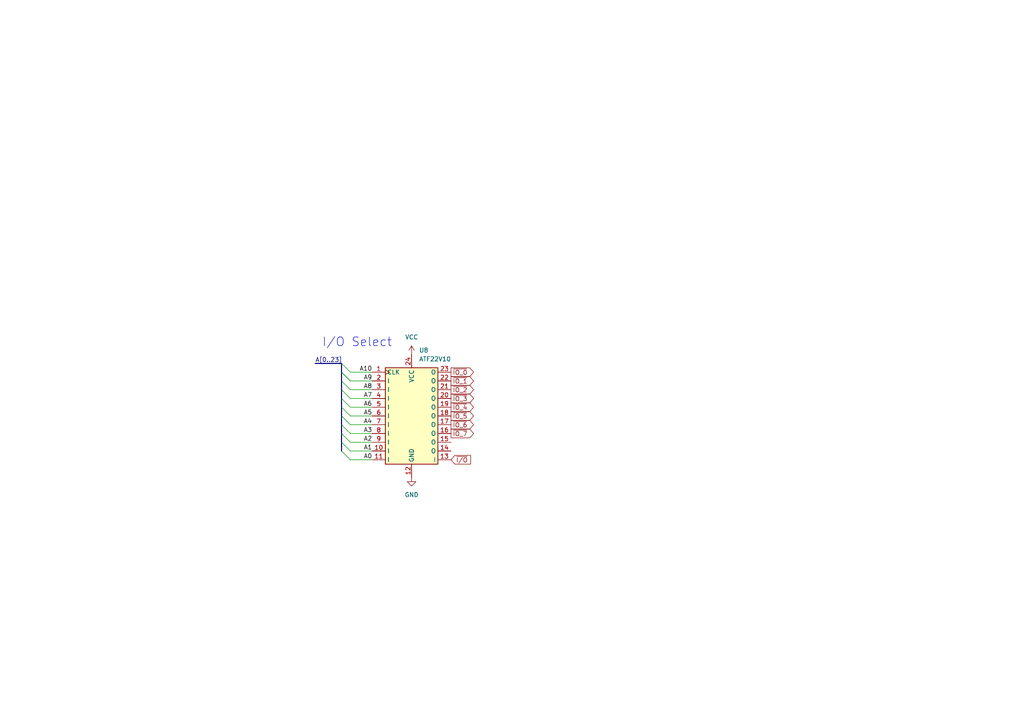
<source format=kicad_sch>
(kicad_sch (version 20250114) (generator "eeschema") (generator_version "9.0")
  (paper "A4")
  (lib_symbols
    (symbol "my:ATF22V10"
      (property "Reference" "U" (at 5.08 12.7 0))
      (property "Value" "ATF22V10" (at 5.08 15.24 0))
      (symbol "ATF22V10_0_1"
        (rectangle (start -7.62 11.43) (end 7.62 -16.51) (stroke (width 0.254)) (fill (type background)))
      )
      (symbol "ATF22V10_1_0"
        (pin power_in line (at 0 15.24 270) (length 3.81) (name "VCC") (number "24"))
        (pin power_in line (at 0 -20.32 90) (length 3.81) (name "GND") (number "12"))
      )
      (symbol "ATF22V10_1_1"
        (pin input clock (at -11.43 10.16 0) (length 3.81) (name "CLK") (number "1"))
        (pin input line (at -11.43 7.62 0) (length 3.81) (name "I") (number "2"))
        (pin input line (at -11.43 5.08 0) (length 3.81) (name "I") (number "3"))
        (pin input line (at -11.43 2.54 0) (length 3.81) (name "I") (number "4"))
        (pin input line (at -11.43 0 0) (length 3.81) (name "I") (number "5"))
        (pin input line (at -11.43 -2.54 0) (length 3.81) (name "I") (number "6"))
        (pin input line (at -11.43 -5.08 0) (length 3.81) (name "I") (number "7"))
        (pin input line (at -11.43 -7.62 0) (length 3.81) (name "I") (number "8"))
        (pin input line (at -11.43 -10.16 0) (length 3.81) (name "I") (number "9"))
        (pin input line (at -11.43 -12.7 0) (length 3.81) (name "I") (number "10"))
        (pin input line (at -11.43 -15.24 0) (length 3.81) (name "I") (number "11"))
        (pin bidirectional line (at 11.43 10.16 180) (length 3.81) (name "O") (number "23"))
        (pin bidirectional line (at 11.43 7.62 180) (length 3.81) (name "O") (number "22"))
        (pin bidirectional line (at 11.43 5.08 180) (length 3.81) (name "O") (number "21"))
        (pin bidirectional line (at 11.43 2.54 180) (length 3.81) (name "O") (number "20"))
        (pin bidirectional line (at 11.43 0 180) (length 3.81) (name "O") (number "19"))
        (pin bidirectional line (at 11.43 -2.54 180) (length 3.81) (name "O") (number "18"))
        (pin bidirectional line (at 11.43 -5.08 180) (length 3.81) (name "O") (number "17"))
        (pin bidirectional line (at 11.43 -7.62 180) (length 3.81) (name "O") (number "16"))
        (pin bidirectional line (at 11.43 -10.16 180) (length 3.81) (name "O") (number "15"))
        (pin bidirectional line (at 11.43 -12.7 180) (length 3.81) (name "O") (number "14"))
        (pin bidirectional line (at 11.43 -15.24 180) (length 3.81) (name "I") (number "13"))
      )
    )
    (symbol "power:GND" (power) (pin_names (offset 0))
      (property "Value" "GND" (at 0 -3.81 0))
      (symbol "GND_0_1"
        (polyline (pts (xy 0 0) (xy 0 -1.27) (xy 1.27 -1.27) (xy 0 -2.54) (xy -1.27 -1.27) (xy 0 -1.27)))
      )
      (symbol "GND_1_1"
        (pin power_in line (at 0 0 270) (length 0) (hide yes) (name "GND") (number "1"))
      )
    )
    (symbol "power:VCC" (power) (pin_numbers (hide yes)) (pin_names (offset 0) (hide yes))
      (property "Value" "VCC" (at 0 3.556 0))
      (symbol "VCC_0_1"
        (polyline (pts (xy -0.762 1.27) (xy 0 2.54)))
        (polyline (pts (xy 0 2.54) (xy 0.762 1.27)))
        (polyline (pts (xy 0 0) (xy 0 2.54)))
      )
      (symbol "VCC_1_1"
        (pin power_in line (at 0 0 90) (length 0) (name "~") (number "1"))
      )
    )
  )
  (text "I/O Select" (at 113.792 100.838 0) (effects (font (size 2.54 2.54)) (justify right bottom)))
  (bus_entry (at 99.06 113.03) (size 2.54 2.54))
  (bus_entry (at 99.06 105.41) (size 2.54 2.54))
  (bus_entry (at 99.06 123.19) (size 2.54 2.54))
  (bus_entry (at 99.06 120.65) (size 2.54 2.54))
  (bus_entry (at 99.06 118.11) (size 2.54 2.54))
  (bus_entry (at 99.06 107.95) (size 2.54 2.54))
  (bus_entry (at 99.06 107.95) (size 2.54 2.54))
  (bus_entry (at 99.06 115.57) (size 2.54 2.54))
  (bus_entry (at 99.06 128.27) (size 2.54 2.54))
  (bus_entry (at 99.06 110.49) (size 2.54 2.54))
  (bus_entry (at 99.06 125.73) (size 2.54 2.54))
  (bus_entry (at 99.06 130.81) (size 2.54 2.54))
  (bus (pts (xy 99.06 120.65) (xy 99.06 118.11)))
  (wire (pts (xy 101.6 120.65) (xy 107.95 120.65)))
  (bus (pts (xy 99.06 107.95) (xy 99.06 110.49)))
  (bus (pts (xy 99.06 123.19) (xy 99.06 120.65)))
  (wire (pts (xy 101.6 128.27) (xy 107.95 128.27)))
  (wire (pts (xy 101.6 110.49) (xy 107.95 110.49)))
  (bus (pts (xy 99.06 130.81) (xy 99.06 128.27)))
  (wire (pts (xy 101.6 130.81) (xy 107.95 130.81)))
  (wire (pts (xy 101.6 118.11) (xy 107.95 118.11)))
  (bus (pts (xy 99.06 110.49) (xy 99.06 113.03)))
  (wire (pts (xy 101.6 113.03) (xy 107.95 113.03)))
  (wire (pts (xy 101.6 107.95) (xy 107.95 107.95)))
  (bus (pts (xy 99.06 128.27) (xy 99.06 125.73)))
  (wire (pts (xy 101.6 125.73) (xy 107.95 125.73)))
  (bus (pts (xy 99.06 125.73) (xy 99.06 123.19)))
  (wire (pts (xy 101.6 133.35) (xy 107.95 133.35)))
  (bus (pts (xy 99.06 105.41) (xy 99.06 107.95)))
  (wire (pts (xy 101.6 115.57) (xy 107.95 115.57)))
  (wire (pts (xy 101.6 123.19) (xy 107.95 123.19)))
  (bus (pts (xy 99.06 118.11) (xy 99.06 115.57)))
  (bus (pts (xy 91.44 105.41) (xy 99.06 105.41)))
  (bus (pts (xy 99.06 113.03) (xy 99.06 115.57)))
  (label "A6" (at 107.95 118.11 180))
  (label "A1" (at 107.95 130.81 180))
  (label "A10" (at 107.95 107.95 180))
  (label "A0" (at 107.95 133.35 180))
  (label "A5" (at 107.95 120.65 180))
  (label "A4" (at 107.95 123.19 180))
  (label "A7" (at 107.95 115.57 180))
  (label "A9" (at 107.95 110.49 180))
  (label "A8" (at 107.95 113.03 180))
  (label "A3" (at 107.95 125.73 180))
  (label "A[0..23]" (at 91.44 105.41 0))
  (label "A2" (at 107.95 128.27 180))
  (global_label "~{IO_7}" (shape output) (at 130.81 125.73 0) (property "Intersheetrefs" "${INTERSHEET_REFS}" (effects (hide yes))))
  (global_label "~{I{slash}O}" (shape input) (at 130.81 133.35 0) (property "Intersheetrefs" "${INTERSHEET_REFS}" (effects (hide yes))))
  (global_label "~{IO_4}" (shape output) (at 130.81 118.11 0) (property "Intersheetrefs" "${INTERSHEET_REFS}" (effects (hide yes))))
  (global_label "~{IO_3}" (shape output) (at 130.81 115.57 0) (property "Intersheetrefs" "${INTERSHEET_REFS}" (effects (hide yes))))
  (global_label "~{IO_6}" (shape output) (at 130.81 123.19 0) (property "Intersheetrefs" "${INTERSHEET_REFS}" (effects (hide yes))))
  (global_label "~{IO_0}" (shape output) (at 130.81 107.95 0) (property "Intersheetrefs" "${INTERSHEET_REFS}" (effects (hide yes))))
  (global_label "~{IO_2}" (shape output) (at 130.81 113.03 0) (property "Intersheetrefs" "${INTERSHEET_REFS}" (effects (hide yes))))
  (global_label "~{IO_5}" (shape output) (at 130.81 120.65 0) (property "Intersheetrefs" "${INTERSHEET_REFS}" (effects (hide yes))))
  (global_label "~{IO_1}" (shape output) (at 130.81 110.49 0) (property "Intersheetrefs" "${INTERSHEET_REFS}" (effects (hide yes))))
  (symbol (lib_id "my:ATF22V10") (at 119.38 118.11 0) (unit 1)
    (property "Reference" "U8" (at 121.5233 101.6 0) (effects (justify left)))
    (property "Value" "ATF22V10" (at 121.5233 104.14 0) (effects (justify left)))
    (property "Footprint" "Package_DIP:DIP-24_W7.62mm_Socket" (effects (hide yes)))
    (property "Datasheet" "https://k1.spdns.de/Develop/Projects/GalAsm/info/galer/gal22v10.html" (effects (hide yes)))
  )
  (symbol (lib_id "power:VCC") (at 119.38 102.87 0) (unit 1)
    (property "Reference" "#PWR030" (effects (hide yes)))
    (property "Value" "VCC" (at 119.38 97.79 0))
    (property "Description" "Power symbol creates a global label with name \"VCC\"" (effects (hide yes)))
  )
  (symbol (lib_id "power:GND") (at 119.38 138.43 0) (unit 1)
    (property "Reference" "#PWR029" (effects (hide yes)))
    (property "Value" "GND" (at 119.38 143.51 0))
    (property "Description" "Power symbol creates a global label with name \"GND\" , ground" (effects (hide yes)))
  )
)
</source>
